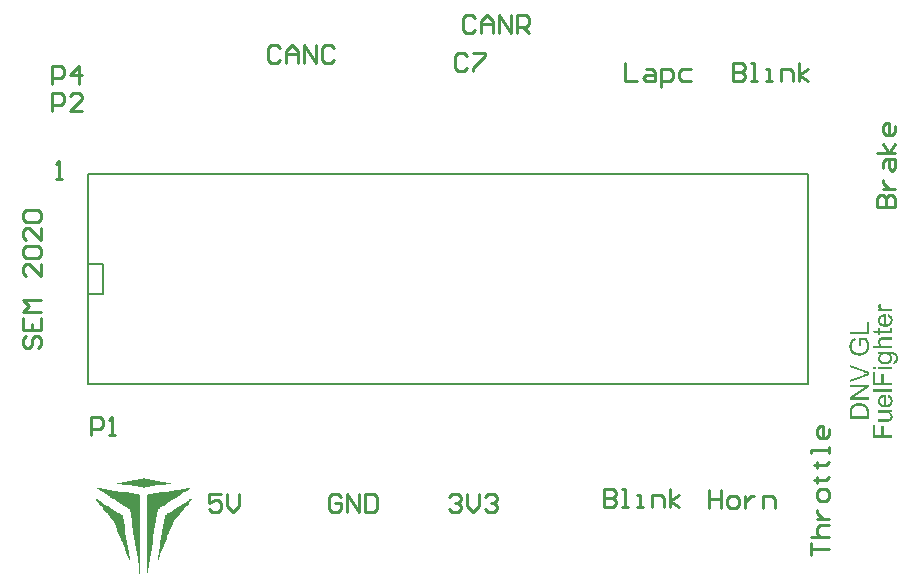
<source format=gbr>
%TF.GenerationSoftware,Altium Limited,Altium Designer,19.1.8 (144)*%
G04 Layer_Color=65535*
%FSLAX26Y26*%
%MOIN*%
%TF.FileFunction,Legend,Top*%
%TF.Part,Single*%
G01*
G75*
%TA.AperFunction,NonConductor*%
%ADD25C,0.007874*%
%ADD26C,0.010000*%
G36*
X499232Y432913D02*
X516768D01*
Y429991D01*
X534304D01*
Y427068D01*
X551841D01*
Y424145D01*
X569377D01*
Y421222D01*
X586913D01*
Y418300D01*
X569377D01*
Y415377D01*
X551841D01*
Y412454D01*
X534304D01*
Y409532D01*
X516768D01*
Y406609D01*
X499232D01*
Y403686D01*
X493387D01*
Y406609D01*
X475850D01*
Y409532D01*
X458314D01*
Y412454D01*
X440777D01*
Y415377D01*
X423241D01*
Y418300D01*
X405705D01*
Y421222D01*
X423241D01*
Y424145D01*
X440777D01*
Y427068D01*
X458314D01*
Y429991D01*
X475850D01*
Y432913D01*
X493387D01*
Y435836D01*
X499232D01*
Y432913D01*
D02*
G37*
G36*
X659981Y365691D02*
X657058D01*
Y362768D01*
X654136D01*
Y359845D01*
X651213D01*
Y356923D01*
X648290D01*
Y354000D01*
X645368D01*
Y351077D01*
Y348155D01*
X642445D01*
Y345232D01*
X639522D01*
Y342309D01*
X636599D01*
Y339386D01*
X633677D01*
Y336464D01*
X630754D01*
Y333541D01*
Y330618D01*
X627831D01*
Y327696D01*
X624909D01*
Y324773D01*
X621986D01*
Y321850D01*
X619063D01*
Y318928D01*
X616140D01*
Y316005D01*
Y313082D01*
X613218D01*
Y310159D01*
X610295D01*
Y307237D01*
X607372D01*
Y304314D01*
X604450D01*
Y301391D01*
X601527D01*
Y298469D01*
Y295546D01*
X598604D01*
Y292623D01*
X595681D01*
Y289700D01*
X592759D01*
Y286778D01*
Y283855D01*
Y280932D01*
X589836D01*
Y278010D01*
Y275087D01*
X586913D01*
Y272164D01*
Y269241D01*
Y266319D01*
X583991D01*
Y263396D01*
Y260473D01*
X581068D01*
Y257550D01*
Y254628D01*
Y251705D01*
X578145D01*
Y248782D01*
Y245860D01*
X575222D01*
Y242937D01*
Y240014D01*
Y237091D01*
X572300D01*
Y234169D01*
Y231246D01*
X569377D01*
Y228323D01*
Y225400D01*
Y222478D01*
X566454D01*
Y219555D01*
Y216632D01*
X563532D01*
Y213710D01*
Y210787D01*
Y207864D01*
X560609D01*
Y204941D01*
Y202019D01*
X557686D01*
Y199096D01*
Y196173D01*
Y193251D01*
X554763D01*
Y190328D01*
Y187405D01*
X551841D01*
Y184482D01*
Y181560D01*
Y178637D01*
X548918D01*
Y175714D01*
Y172792D01*
X545995D01*
Y169869D01*
Y166946D01*
Y164024D01*
X543073D01*
Y166946D01*
Y169869D01*
Y172792D01*
Y175714D01*
Y178637D01*
Y181560D01*
X545995D01*
Y184482D01*
Y187405D01*
Y190328D01*
Y193251D01*
Y196173D01*
Y199096D01*
X548918D01*
Y202019D01*
Y204941D01*
Y207864D01*
Y210787D01*
Y213710D01*
Y216632D01*
X551841D01*
Y219555D01*
Y222478D01*
Y225400D01*
Y228323D01*
Y231246D01*
X554763D01*
Y234169D01*
Y237091D01*
Y240014D01*
Y242937D01*
Y245860D01*
Y248782D01*
X557686D01*
Y251705D01*
Y254628D01*
Y257550D01*
Y260473D01*
Y263396D01*
Y266319D01*
X560609D01*
Y269241D01*
Y272164D01*
Y275087D01*
Y278010D01*
Y280932D01*
Y283855D01*
X563532D01*
Y286778D01*
Y289700D01*
Y292623D01*
Y295546D01*
Y298469D01*
Y301391D01*
X566454D01*
Y304314D01*
Y307237D01*
Y310159D01*
Y313082D01*
X572300D01*
Y316005D01*
X575222D01*
Y318928D01*
X581068D01*
Y321850D01*
X583991D01*
Y324773D01*
X589836D01*
Y327696D01*
X592759D01*
Y330618D01*
X598604D01*
Y333541D01*
X604450D01*
Y336464D01*
X607372D01*
Y339386D01*
X613218D01*
Y342309D01*
X616140D01*
Y345232D01*
X621986D01*
Y348155D01*
X624909D01*
Y351077D01*
X630754D01*
Y354000D01*
X636599D01*
Y356923D01*
X639522D01*
Y359845D01*
X645368D01*
Y362768D01*
X648290D01*
Y365691D01*
X654136D01*
Y368614D01*
X659981D01*
Y365691D01*
D02*
G37*
G36*
X338483D02*
X344328D01*
Y362768D01*
X347251D01*
Y359845D01*
X353096D01*
Y356923D01*
X356019D01*
Y354000D01*
X361864D01*
Y351077D01*
X364787D01*
Y348155D01*
X370632D01*
Y345232D01*
X376478D01*
Y342309D01*
X379401D01*
Y339386D01*
X385246D01*
Y336464D01*
X388169D01*
Y333541D01*
X394014D01*
Y330618D01*
X396937D01*
Y327696D01*
X402782D01*
Y324773D01*
X408628D01*
Y321850D01*
X411550D01*
Y318928D01*
X417396D01*
Y316005D01*
X420318D01*
Y313082D01*
X426164D01*
Y310159D01*
Y307237D01*
Y304314D01*
Y301391D01*
X429087D01*
Y298469D01*
Y295546D01*
Y292623D01*
Y289700D01*
Y286778D01*
Y283855D01*
X432009D01*
Y280932D01*
Y278010D01*
Y275087D01*
Y272164D01*
Y269241D01*
Y266319D01*
X434932D01*
Y263396D01*
Y260473D01*
Y257550D01*
Y254628D01*
Y251705D01*
Y248782D01*
X437855D01*
Y245860D01*
Y242937D01*
Y240014D01*
Y237091D01*
Y234169D01*
Y231246D01*
X440777D01*
Y228323D01*
Y225400D01*
Y222478D01*
Y219555D01*
Y216632D01*
Y213710D01*
X443700D01*
Y210787D01*
Y207864D01*
Y204941D01*
Y202019D01*
Y199096D01*
Y196173D01*
X446623D01*
Y193251D01*
Y190328D01*
Y187405D01*
Y184482D01*
Y181560D01*
Y178637D01*
X449546D01*
Y175714D01*
Y172792D01*
Y169869D01*
Y166946D01*
Y164024D01*
X446623D01*
Y166946D01*
Y169869D01*
X443700D01*
Y172792D01*
Y175714D01*
Y178637D01*
X440777D01*
Y181560D01*
Y184482D01*
X437855D01*
Y187405D01*
Y190328D01*
Y193251D01*
X434932D01*
Y196173D01*
Y199096D01*
X432009D01*
Y202019D01*
Y204941D01*
Y207864D01*
X429087D01*
Y210787D01*
Y213710D01*
X426164D01*
Y216632D01*
Y219555D01*
Y222478D01*
X423241D01*
Y225400D01*
Y228323D01*
X420318D01*
Y231246D01*
Y234169D01*
Y237091D01*
X417396D01*
Y240014D01*
Y242937D01*
X414473D01*
Y245860D01*
Y248782D01*
Y251705D01*
X411550D01*
Y254628D01*
Y257550D01*
X408628D01*
Y260473D01*
Y263396D01*
Y266319D01*
X405705D01*
Y269241D01*
Y272164D01*
X402782D01*
Y275087D01*
Y278010D01*
Y280932D01*
X399860D01*
Y283855D01*
Y286778D01*
X396937D01*
Y289700D01*
Y292623D01*
X394014D01*
Y295546D01*
X391091D01*
Y298469D01*
Y301391D01*
X388169D01*
Y304314D01*
X385246D01*
Y307237D01*
X382323D01*
Y310159D01*
X379401D01*
Y313082D01*
X376478D01*
Y316005D01*
Y318928D01*
X373555D01*
Y321850D01*
X370632D01*
Y324773D01*
X367710D01*
Y327696D01*
X364787D01*
Y330618D01*
X361864D01*
Y333541D01*
Y336464D01*
X358942D01*
Y339386D01*
X356019D01*
Y342309D01*
X353096D01*
Y345232D01*
X350173D01*
Y348155D01*
X347251D01*
Y351077D01*
Y354000D01*
X344328D01*
Y356923D01*
X341405D01*
Y359845D01*
X338483D01*
Y362768D01*
X335560D01*
Y365691D01*
X332637D01*
Y368614D01*
X338483D01*
Y365691D01*
D02*
G37*
G36*
X651213Y400763D02*
X645368D01*
Y397841D01*
X642445D01*
Y394918D01*
X636599D01*
Y391995D01*
X633677D01*
Y389073D01*
X627831D01*
Y386150D01*
X624909D01*
Y383227D01*
X619063D01*
Y380304D01*
X616140D01*
Y377382D01*
X610295D01*
Y374459D01*
X607372D01*
Y371536D01*
X601527D01*
Y368614D01*
X595681D01*
Y365691D01*
X592759D01*
Y362768D01*
X586913D01*
Y359845D01*
X583991D01*
Y356923D01*
X578145D01*
Y354000D01*
X575222D01*
Y351077D01*
X569377D01*
Y348155D01*
X566454D01*
Y345232D01*
X560609D01*
Y342309D01*
X557686D01*
Y339386D01*
X551841D01*
Y336464D01*
X548918D01*
Y333541D01*
X543073D01*
Y330618D01*
Y327696D01*
Y324773D01*
X540150D01*
Y321850D01*
Y318928D01*
Y316005D01*
Y313082D01*
Y310159D01*
Y307237D01*
X537227D01*
Y304314D01*
Y301391D01*
Y298469D01*
Y295546D01*
Y292623D01*
Y289700D01*
Y286778D01*
X534304D01*
Y283855D01*
Y280932D01*
Y278010D01*
Y275087D01*
Y272164D01*
Y269241D01*
X531382D01*
Y266319D01*
Y263396D01*
Y260473D01*
Y257550D01*
Y254628D01*
Y251705D01*
X528459D01*
Y248782D01*
Y245860D01*
Y242937D01*
Y240014D01*
Y237091D01*
Y234169D01*
Y231246D01*
X525536D01*
Y228323D01*
Y225400D01*
Y222478D01*
Y219555D01*
Y216632D01*
Y213710D01*
X522614D01*
Y210787D01*
Y207864D01*
Y204941D01*
Y202019D01*
Y199096D01*
Y196173D01*
Y193251D01*
X519691D01*
Y190328D01*
Y187405D01*
Y184482D01*
Y181560D01*
Y178637D01*
Y175714D01*
X516768D01*
Y172792D01*
Y169869D01*
Y166946D01*
Y164024D01*
Y161101D01*
Y158178D01*
X513846D01*
Y155255D01*
Y152333D01*
Y149410D01*
Y146487D01*
Y143565D01*
Y140642D01*
Y137719D01*
X510923D01*
Y134796D01*
Y131874D01*
Y128951D01*
Y126028D01*
Y123106D01*
Y120183D01*
X508000D01*
Y123106D01*
Y126028D01*
Y128951D01*
Y131874D01*
Y134796D01*
Y137719D01*
Y140642D01*
Y143565D01*
Y146487D01*
Y149410D01*
Y152333D01*
Y155255D01*
Y158178D01*
Y161101D01*
Y164024D01*
Y166946D01*
Y169869D01*
Y172792D01*
Y175714D01*
Y178637D01*
Y181560D01*
Y184482D01*
Y187405D01*
Y190328D01*
Y193251D01*
Y196173D01*
Y199096D01*
Y202019D01*
Y204941D01*
Y207864D01*
Y210787D01*
Y213710D01*
Y216632D01*
Y219555D01*
Y222478D01*
Y225400D01*
Y228323D01*
Y231246D01*
Y234169D01*
Y237091D01*
Y240014D01*
Y242937D01*
Y245860D01*
Y248782D01*
Y251705D01*
Y254628D01*
Y257550D01*
Y260473D01*
Y263396D01*
Y266319D01*
Y269241D01*
Y272164D01*
Y275087D01*
Y278010D01*
Y280932D01*
Y283855D01*
Y286778D01*
Y289700D01*
Y292623D01*
Y295546D01*
Y298469D01*
Y301391D01*
Y304314D01*
Y307237D01*
Y310159D01*
Y313082D01*
Y316005D01*
Y318928D01*
Y321850D01*
Y324773D01*
Y327696D01*
Y330618D01*
Y333541D01*
Y336464D01*
Y339386D01*
Y342309D01*
Y345232D01*
Y348155D01*
Y351077D01*
Y354000D01*
Y356923D01*
Y359845D01*
Y362768D01*
Y365691D01*
Y368614D01*
Y371536D01*
Y374459D01*
Y377382D01*
Y380304D01*
X510923D01*
Y383227D01*
X528459D01*
Y386150D01*
X545995D01*
Y389073D01*
X563532D01*
Y391995D01*
X581068D01*
Y394918D01*
X598604D01*
Y397841D01*
X619063D01*
Y400763D01*
X636599D01*
Y403686D01*
X651213D01*
Y400763D01*
D02*
G37*
G36*
X356019D02*
X373555D01*
Y397841D01*
X391091D01*
Y394918D01*
X411550D01*
Y391995D01*
X429087D01*
Y389073D01*
X446623D01*
Y386150D01*
X464159D01*
Y383227D01*
X481696D01*
Y380304D01*
X484618D01*
Y377382D01*
Y374459D01*
Y371536D01*
Y368614D01*
Y365691D01*
Y362768D01*
Y359845D01*
Y356923D01*
Y354000D01*
Y351077D01*
Y348155D01*
Y345232D01*
Y342309D01*
Y339386D01*
Y336464D01*
Y333541D01*
Y330618D01*
Y327696D01*
Y324773D01*
Y321850D01*
Y318928D01*
Y316005D01*
Y313082D01*
Y310159D01*
Y307237D01*
Y304314D01*
Y301391D01*
Y298469D01*
Y295546D01*
Y292623D01*
Y289700D01*
Y286778D01*
Y283855D01*
Y280932D01*
Y278010D01*
Y275087D01*
Y272164D01*
Y269241D01*
Y266319D01*
Y263396D01*
Y260473D01*
Y257550D01*
Y254628D01*
Y251705D01*
Y248782D01*
Y245860D01*
Y242937D01*
Y240014D01*
Y237091D01*
Y234169D01*
Y231246D01*
Y228323D01*
Y225400D01*
Y222478D01*
Y219555D01*
Y216632D01*
Y213710D01*
Y210787D01*
Y207864D01*
Y204941D01*
Y202019D01*
Y199096D01*
Y196173D01*
Y193251D01*
Y190328D01*
Y187405D01*
Y184482D01*
Y181560D01*
Y178637D01*
Y175714D01*
Y172792D01*
Y169869D01*
Y166946D01*
Y164024D01*
Y161101D01*
Y158178D01*
Y155255D01*
Y152333D01*
Y149410D01*
Y146487D01*
Y143565D01*
Y140642D01*
Y137719D01*
Y134796D01*
Y131874D01*
Y128951D01*
Y126028D01*
Y123106D01*
Y120183D01*
Y117260D01*
X481696D01*
Y120183D01*
Y123106D01*
Y126028D01*
Y128951D01*
Y131874D01*
Y134796D01*
Y137719D01*
X478773D01*
Y140642D01*
Y143565D01*
Y146487D01*
Y149410D01*
Y152333D01*
Y155255D01*
X475850D01*
Y158178D01*
Y161101D01*
Y164024D01*
Y166946D01*
Y169869D01*
Y172792D01*
Y175714D01*
X472927D01*
Y178637D01*
Y181560D01*
Y184482D01*
Y187405D01*
Y190328D01*
Y193251D01*
X470005D01*
Y196173D01*
Y199096D01*
Y202019D01*
Y204941D01*
Y207864D01*
Y210787D01*
X467082D01*
Y213710D01*
Y216632D01*
Y219555D01*
Y222478D01*
Y225400D01*
Y228323D01*
Y231246D01*
X464159D01*
Y234169D01*
Y237091D01*
Y240014D01*
Y242937D01*
Y245860D01*
Y248782D01*
X461237D01*
Y251705D01*
Y254628D01*
Y257550D01*
Y260473D01*
Y263396D01*
Y266319D01*
Y269241D01*
X458314D01*
Y272164D01*
Y275087D01*
Y278010D01*
Y280932D01*
Y283855D01*
Y286778D01*
X455391D01*
Y289700D01*
Y292623D01*
Y295546D01*
Y298469D01*
Y301391D01*
Y304314D01*
X452468D01*
Y307237D01*
Y310159D01*
Y313082D01*
Y316005D01*
Y318928D01*
Y321850D01*
Y324773D01*
X449546D01*
Y327696D01*
Y330618D01*
Y333541D01*
X443700D01*
Y336464D01*
X440777D01*
Y339386D01*
X434932D01*
Y342309D01*
X432009D01*
Y345232D01*
X426164D01*
Y348155D01*
X423241D01*
Y351077D01*
X417396D01*
Y354000D01*
X414473D01*
Y356923D01*
X408628D01*
Y359845D01*
X402782D01*
Y362768D01*
X399860D01*
Y365691D01*
X394014D01*
Y368614D01*
X391091D01*
Y371536D01*
X385246D01*
Y374459D01*
X382323D01*
Y377382D01*
X376478D01*
Y380304D01*
X373555D01*
Y383227D01*
X367710D01*
Y386150D01*
X364787D01*
Y389073D01*
X358942D01*
Y391995D01*
X356019D01*
Y394918D01*
X350173D01*
Y397841D01*
X347251D01*
Y400763D01*
X341405D01*
Y403686D01*
X356019D01*
Y400763D01*
D02*
G37*
G36*
X2953575Y1015657D02*
X2953483Y1015564D01*
X2953298Y1015194D01*
X2953020Y1014639D01*
X2952742Y1013899D01*
X2952465Y1013067D01*
X2952188Y1012049D01*
X2952003Y1011032D01*
X2951910Y1010014D01*
Y1009552D01*
X2952003Y1009089D01*
X2952095Y1008442D01*
X2952280Y1007794D01*
X2952557Y1006962D01*
X2952927Y1006129D01*
X2953483Y1005389D01*
X2953575Y1005297D01*
X2953760Y1005019D01*
X2954130Y1004742D01*
X2954593Y1004279D01*
X2955240Y1003817D01*
X2955980Y1003354D01*
X2956812Y1002892D01*
X2957830Y1002522D01*
X2958015Y1002429D01*
X2958570Y1002337D01*
X2959403Y1002152D01*
X2960512Y1001874D01*
X2961900Y1001597D01*
X2963472Y1001412D01*
X2965137Y1001319D01*
X2966988Y1001227D01*
X2991222D01*
Y993364D01*
X2944787D01*
Y1000487D01*
X2951818D01*
X2951725Y1000579D01*
X2951077Y1000949D01*
X2950245Y1001412D01*
X2949227Y1002152D01*
X2948210Y1002892D01*
X2947100Y1003724D01*
X2946175Y1004557D01*
X2945435Y1005389D01*
X2945343Y1005482D01*
X2945157Y1005759D01*
X2944880Y1006314D01*
X2944602Y1006869D01*
X2944325Y1007609D01*
X2944048Y1008534D01*
X2943863Y1009459D01*
X2943770Y1010477D01*
Y1011124D01*
X2943863Y1011957D01*
X2944048Y1012974D01*
X2944418Y1014177D01*
X2944880Y1015472D01*
X2945528Y1016952D01*
X2946360Y1018524D01*
X2953575Y1015657D01*
D02*
G37*
G36*
X2970040Y983744D02*
Y949057D01*
X2970133D01*
X2970410D01*
X2970780Y949149D01*
X2971335D01*
X2971983Y949242D01*
X2972722Y949427D01*
X2974387Y949704D01*
X2976238Y950259D01*
X2978273Y950999D01*
X2980122Y952017D01*
X2981787Y953312D01*
Y953404D01*
X2981972Y953497D01*
X2982435Y954052D01*
X2983082Y954884D01*
X2983730Y955994D01*
X2984470Y957474D01*
X2985117Y959139D01*
X2985580Y960989D01*
X2985673Y962007D01*
X2985765Y963117D01*
Y963857D01*
X2985673Y964689D01*
X2985488Y965707D01*
X2985210Y966817D01*
X2984840Y968112D01*
X2984285Y969314D01*
X2983545Y970517D01*
X2983452Y970609D01*
X2983082Y971072D01*
X2982528Y971627D01*
X2981787Y972274D01*
X2980770Y973014D01*
X2979475Y973847D01*
X2977995Y974679D01*
X2976238Y975419D01*
X2977255Y983559D01*
X2977347D01*
X2977532Y983467D01*
X2977903Y983374D01*
X2978457Y983189D01*
X2979012Y982912D01*
X2979753Y982634D01*
X2981325Y981894D01*
X2983082Y980969D01*
X2984932Y979674D01*
X2986690Y978194D01*
X2988355Y976344D01*
Y976252D01*
X2988540Y976067D01*
X2988725Y975789D01*
X2989003Y975419D01*
X2989280Y974864D01*
X2989557Y974309D01*
X2989927Y973569D01*
X2990298Y972737D01*
X2990668Y971812D01*
X2991037Y970887D01*
X2991593Y968574D01*
X2992055Y965984D01*
X2992240Y963117D01*
Y962099D01*
X2992148Y961452D01*
X2992055Y960619D01*
X2991870Y959602D01*
X2991685Y958492D01*
X2991500Y957289D01*
X2990760Y954699D01*
X2990205Y953312D01*
X2989650Y952017D01*
X2988910Y950629D01*
X2988077Y949334D01*
X2987153Y948132D01*
X2986043Y946929D01*
X2985950Y946837D01*
X2985765Y946652D01*
X2985395Y946374D01*
X2984840Y946004D01*
X2984193Y945542D01*
X2983452Y945079D01*
X2982528Y944524D01*
X2981510Y943969D01*
X2980307Y943414D01*
X2979012Y942859D01*
X2977532Y942397D01*
X2975960Y941934D01*
X2974295Y941564D01*
X2972445Y941287D01*
X2970503Y941102D01*
X2968468Y941009D01*
X2968375D01*
X2967912D01*
X2967358D01*
X2966525Y941102D01*
X2965508Y941194D01*
X2964398Y941287D01*
X2963102Y941472D01*
X2961807Y941749D01*
X2958847Y942489D01*
X2957367Y942952D01*
X2955795Y943507D01*
X2954315Y944247D01*
X2952927Y945079D01*
X2951540Y946004D01*
X2950245Y947022D01*
X2950153Y947114D01*
X2949968Y947299D01*
X2949690Y947669D01*
X2949227Y948132D01*
X2948765Y948687D01*
X2948210Y949427D01*
X2947562Y950259D01*
X2947008Y951277D01*
X2946360Y952294D01*
X2945805Y953497D01*
X2945250Y954792D01*
X2944787Y956179D01*
X2944325Y957659D01*
X2944048Y959232D01*
X2943863Y960897D01*
X2943770Y962654D01*
Y963579D01*
X2943863Y964227D01*
X2943955Y964967D01*
X2944140Y965892D01*
X2944325Y966909D01*
X2944602Y968112D01*
X2944880Y969222D01*
X2945343Y970517D01*
X2945805Y971719D01*
X2946452Y973014D01*
X2947193Y974309D01*
X2948025Y975604D01*
X2949043Y976807D01*
X2950153Y977917D01*
X2950245Y978009D01*
X2950430Y978194D01*
X2950800Y978472D01*
X2951355Y978842D01*
X2952003Y979304D01*
X2952742Y979767D01*
X2953668Y980322D01*
X2954778Y980877D01*
X2955980Y981432D01*
X2957275Y981987D01*
X2958755Y982449D01*
X2960327Y982912D01*
X2962085Y983282D01*
X2963935Y983559D01*
X2965878Y983744D01*
X2968005Y983837D01*
X2968097D01*
X2968468D01*
X2969115D01*
X2970040Y983744D01*
D02*
G37*
G36*
X2991222Y936754D02*
X2991315Y936384D01*
X2991407Y935737D01*
X2991500Y934904D01*
X2991685Y933979D01*
X2991778Y932962D01*
X2991870Y930927D01*
Y930187D01*
X2991778Y929447D01*
X2991685Y928522D01*
X2991593Y927412D01*
X2991315Y926302D01*
X2991037Y925284D01*
X2990575Y924267D01*
X2990483Y924174D01*
X2990298Y923897D01*
X2990020Y923527D01*
X2989557Y922972D01*
X2989095Y922509D01*
X2988448Y921954D01*
X2987800Y921399D01*
X2986968Y921029D01*
X2986875D01*
X2986505Y920844D01*
X2985858Y920752D01*
X2984932Y920567D01*
X2983730Y920382D01*
X2982990Y920289D01*
X2982157D01*
X2981140Y920197D01*
X2980122Y920104D01*
X2979012D01*
X2977718D01*
X2950892D01*
Y914277D01*
X2944787D01*
Y920104D01*
X2933318D01*
X2928600Y927967D01*
X2944787D01*
Y935922D01*
X2950892D01*
Y927967D01*
X2978180D01*
X2978365D01*
X2978735D01*
X2979290D01*
X2979938Y928059D01*
X2981418Y928152D01*
X2982065Y928244D01*
X2982528Y928337D01*
X2982713Y928429D01*
X2983082Y928707D01*
X2983545Y929077D01*
X2984008Y929724D01*
X2984100Y929909D01*
X2984285Y930372D01*
X2984470Y931204D01*
X2984562Y932407D01*
Y933332D01*
X2984470Y933794D01*
Y934442D01*
X2984378Y935182D01*
X2984285Y935922D01*
X2991222Y936939D01*
Y936754D01*
D02*
G37*
G36*
X2913300Y916682D02*
X2849291D01*
Y925192D01*
X2905715D01*
Y956734D01*
X2913300D01*
Y916682D01*
D02*
G37*
G36*
X2991222Y898829D02*
X2961807D01*
X2961715D01*
X2961530D01*
X2961253D01*
X2960883D01*
X2959865Y898737D01*
X2958570Y898552D01*
X2957182Y898182D01*
X2955795Y897719D01*
X2954407Y897072D01*
X2953298Y896239D01*
X2953205Y896147D01*
X2952835Y895777D01*
X2952372Y895222D01*
X2951910Y894389D01*
X2951355Y893372D01*
X2950985Y892169D01*
X2950615Y890689D01*
X2950523Y889024D01*
Y888469D01*
X2950615Y887822D01*
X2950707Y886897D01*
X2950985Y885972D01*
X2951262Y884862D01*
X2951725Y883752D01*
X2952372Y882549D01*
X2952465Y882457D01*
X2952742Y882087D01*
X2953113Y881532D01*
X2953668Y880884D01*
X2954407Y880144D01*
X2955240Y879404D01*
X2956258Y878757D01*
X2957367Y878202D01*
X2957552Y878109D01*
X2957923Y878017D01*
X2958662Y877832D01*
X2959588Y877554D01*
X2960790Y877277D01*
X2962270Y877092D01*
X2963935Y876999D01*
X2965878Y876907D01*
X2991222D01*
Y869044D01*
X2927213D01*
Y876907D01*
X2950153D01*
X2950060Y876999D01*
X2949875Y877184D01*
X2949597Y877462D01*
X2949135Y877924D01*
X2948673Y878387D01*
X2948117Y879034D01*
X2947562Y879867D01*
X2946915Y880699D01*
X2946360Y881624D01*
X2945805Y882642D01*
X2944787Y885047D01*
X2944325Y886342D01*
X2944048Y887729D01*
X2943863Y889209D01*
X2943770Y890689D01*
Y891522D01*
X2943863Y892539D01*
X2944048Y893742D01*
X2944233Y895129D01*
X2944602Y896609D01*
X2945157Y898089D01*
X2945805Y899569D01*
X2945898Y899754D01*
X2946175Y900217D01*
X2946637Y900864D01*
X2947285Y901697D01*
X2948117Y902529D01*
X2949043Y903454D01*
X2950153Y904287D01*
X2951448Y905027D01*
X2951633Y905119D01*
X2952095Y905304D01*
X2952927Y905582D01*
X2954130Y905859D01*
X2955610Y906137D01*
X2957367Y906414D01*
X2959495Y906599D01*
X2961900Y906692D01*
X2991222D01*
Y898829D01*
D02*
G37*
G36*
X2904513Y904472D02*
X2904606Y904287D01*
X2904883Y903917D01*
X2905253Y903454D01*
X2905623Y902899D01*
X2906086Y902252D01*
X2906640Y901419D01*
X2907195Y900587D01*
X2908398Y898644D01*
X2909693Y896424D01*
X2910896Y894112D01*
X2911913Y891614D01*
Y891522D01*
X2912006Y891337D01*
X2912098Y890967D01*
X2912283Y890504D01*
X2912468Y889857D01*
X2912745Y889117D01*
X2912930Y888284D01*
X2913115Y887452D01*
X2913578Y885417D01*
X2914041Y883104D01*
X2914318Y880607D01*
X2914410Y878017D01*
Y877092D01*
X2914318Y876444D01*
Y875612D01*
X2914226Y874594D01*
X2914041Y873484D01*
X2913948Y872282D01*
X2913393Y869599D01*
X2912745Y866732D01*
X2911728Y863772D01*
X2911173Y862292D01*
X2910433Y860812D01*
X2910340Y860719D01*
X2910248Y860442D01*
X2909970Y860072D01*
X2909693Y859517D01*
X2909231Y858869D01*
X2908768Y858222D01*
X2907473Y856464D01*
X2905808Y854614D01*
X2903773Y852672D01*
X2901461Y850822D01*
X2898778Y849157D01*
X2898686D01*
X2898408Y848972D01*
X2898038Y848787D01*
X2897390Y848509D01*
X2896743Y848232D01*
X2895818Y847954D01*
X2894893Y847584D01*
X2893783Y847214D01*
X2892581Y846844D01*
X2891193Y846474D01*
X2889805Y846197D01*
X2888325Y845919D01*
X2885088Y845457D01*
X2881666Y845272D01*
X2881573D01*
X2881203D01*
X2880740D01*
X2880093Y845364D01*
X2879260D01*
X2878243Y845457D01*
X2877226Y845642D01*
X2876023Y845734D01*
X2874728Y846012D01*
X2873340Y846197D01*
X2870381Y846937D01*
X2867328Y847862D01*
X2864276Y849157D01*
X2864183Y849249D01*
X2863905Y849342D01*
X2863535Y849527D01*
X2862981Y849897D01*
X2862240Y850267D01*
X2861501Y850729D01*
X2859743Y852024D01*
X2857708Y853597D01*
X2855765Y855539D01*
X2853823Y857759D01*
X2852990Y859054D01*
X2852158Y860349D01*
X2852066Y860442D01*
X2851973Y860719D01*
X2851788Y861089D01*
X2851510Y861644D01*
X2851233Y862384D01*
X2850863Y863217D01*
X2850493Y864142D01*
X2850123Y865252D01*
X2849753Y866454D01*
X2849476Y867749D01*
X2849106Y869137D01*
X2848828Y870617D01*
X2848365Y873854D01*
X2848180Y875519D01*
Y878479D01*
X2848273Y879034D01*
Y879774D01*
X2848458Y881532D01*
X2848735Y883474D01*
X2849198Y885509D01*
X2849753Y887729D01*
X2850493Y889857D01*
Y889949D01*
X2850586Y890134D01*
X2850678Y890412D01*
X2850863Y890782D01*
X2851418Y891799D01*
X2852066Y893094D01*
X2852990Y894482D01*
X2854101Y895962D01*
X2855303Y897349D01*
X2856783Y898644D01*
X2856968Y898829D01*
X2857523Y899199D01*
X2858356Y899754D01*
X2859558Y900494D01*
X2861038Y901234D01*
X2862888Y902067D01*
X2864923Y902899D01*
X2867235Y903547D01*
X2869271Y895869D01*
X2869178D01*
X2869086Y895777D01*
X2868808Y895684D01*
X2868438Y895592D01*
X2867606Y895314D01*
X2866495Y894944D01*
X2865200Y894389D01*
X2863998Y893742D01*
X2862703Y893094D01*
X2861593Y892262D01*
X2861501Y892169D01*
X2861131Y891892D01*
X2860668Y891337D01*
X2860021Y890689D01*
X2859280Y889857D01*
X2858541Y888747D01*
X2857800Y887544D01*
X2857153Y886157D01*
X2857061Y885972D01*
X2856876Y885509D01*
X2856598Y884677D01*
X2856228Y883567D01*
X2855950Y882272D01*
X2855673Y880792D01*
X2855488Y879127D01*
X2855396Y877369D01*
Y876352D01*
X2855488Y875889D01*
Y875334D01*
X2855581Y873947D01*
X2855858Y872374D01*
X2856135Y870617D01*
X2856598Y868952D01*
X2857245Y867287D01*
X2857338Y867102D01*
X2857523Y866547D01*
X2857985Y865807D01*
X2858448Y864882D01*
X2859188Y863772D01*
X2859928Y862569D01*
X2860853Y861459D01*
X2861870Y860442D01*
X2861963Y860349D01*
X2862333Y859979D01*
X2862981Y859517D01*
X2863720Y858962D01*
X2864646Y858314D01*
X2865756Y857667D01*
X2866958Y857019D01*
X2868253Y856372D01*
X2868345D01*
X2868530Y856279D01*
X2868808Y856187D01*
X2869271Y856002D01*
X2869825Y855817D01*
X2870473Y855632D01*
X2871213Y855354D01*
X2872046Y855169D01*
X2873988Y854707D01*
X2876208Y854337D01*
X2878521Y854059D01*
X2881110Y853967D01*
X2881203D01*
X2881481D01*
X2881943D01*
X2882498Y854059D01*
X2883238D01*
X2884163Y854152D01*
X2885088Y854244D01*
X2886106Y854337D01*
X2888418Y854707D01*
X2890823Y855169D01*
X2893228Y855909D01*
X2895541Y856834D01*
X2895633D01*
X2895818Y857019D01*
X2896095Y857112D01*
X2896465Y857389D01*
X2897483Y858037D01*
X2898778Y859054D01*
X2900166Y860257D01*
X2901553Y861737D01*
X2902848Y863494D01*
X2904050Y865437D01*
Y865529D01*
X2904143Y865714D01*
X2904328Y865992D01*
X2904513Y866454D01*
X2904698Y866917D01*
X2904883Y867564D01*
X2905438Y869044D01*
X2905901Y870894D01*
X2906363Y872929D01*
X2906733Y875149D01*
X2906825Y877462D01*
Y878387D01*
X2906733Y878942D01*
Y879497D01*
X2906548Y880884D01*
X2906363Y882549D01*
X2905993Y884307D01*
X2905438Y886249D01*
X2904791Y888192D01*
Y888284D01*
X2904698Y888469D01*
X2904606Y888654D01*
X2904421Y889024D01*
X2903958Y890042D01*
X2903403Y891152D01*
X2902756Y892447D01*
X2902015Y893834D01*
X2901183Y895129D01*
X2900258Y896239D01*
X2888233D01*
Y877369D01*
X2880648D01*
Y904564D01*
X2904421D01*
X2904513Y904472D01*
D02*
G37*
G36*
X2987523Y857019D02*
X2988540D01*
X2989650Y856927D01*
X2990852Y856834D01*
X2993350Y856557D01*
X2995940Y856187D01*
X2997142Y855909D01*
X2998253Y855632D01*
X2999270Y855262D01*
X3000195Y854892D01*
X3000287D01*
X3000380Y854799D01*
X3000935Y854429D01*
X3001767Y853967D01*
X3002785Y853227D01*
X3003895Y852209D01*
X3005097Y851007D01*
X3006300Y849527D01*
X3007318Y847862D01*
Y847769D01*
X3007410Y847677D01*
X3007595Y847399D01*
X3007688Y847029D01*
X3007965Y846567D01*
X3008150Y846012D01*
X3008613Y844624D01*
X3009168Y842959D01*
X3009537Y840924D01*
X3009907Y838612D01*
X3010000Y836114D01*
Y835282D01*
X3009907Y834727D01*
Y833987D01*
X3009815Y833247D01*
X3009722Y832322D01*
X3009537Y831304D01*
X3009075Y829177D01*
X3008427Y826957D01*
X3007503Y824737D01*
X3006207Y822702D01*
X3006115Y822609D01*
X3006023Y822517D01*
X3005468Y821869D01*
X3004635Y821129D01*
X3003432Y820204D01*
X3001860Y819279D01*
X2999918Y818447D01*
X2998807Y818169D01*
X2997605Y817984D01*
X2996403Y817799D01*
X2995015D01*
X2996032Y825477D01*
X2996218D01*
X2996588Y825569D01*
X2997235Y825754D01*
X2998068Y825939D01*
X2998900Y826309D01*
X2999733Y826772D01*
X3000565Y827327D01*
X3001213Y828067D01*
X3001305Y828252D01*
X3001582Y828622D01*
X3001952Y829269D01*
X3002323Y830194D01*
X3002785Y831304D01*
X3003155Y832692D01*
X3003432Y834357D01*
X3003525Y836114D01*
Y837039D01*
X3003432Y837964D01*
X3003247Y839259D01*
X3002970Y840554D01*
X3002600Y841942D01*
X3002045Y843329D01*
X3001305Y844532D01*
X3001213Y844624D01*
X3000935Y844994D01*
X3000380Y845549D01*
X2999733Y846197D01*
X2998807Y846844D01*
X2997790Y847492D01*
X2996588Y848139D01*
X2995200Y848602D01*
X2995108D01*
X2994738Y848694D01*
X2993997Y848787D01*
X2993073Y848879D01*
X2992425Y848972D01*
X2991685D01*
X2990852Y849064D01*
X2989927D01*
X2988910D01*
X2987707Y849157D01*
X2986505D01*
X2985117D01*
X2985210Y849064D01*
X2985395Y848879D01*
X2985673Y848602D01*
X2986043Y848232D01*
X2986505Y847769D01*
X2987060Y847122D01*
X2987615Y846382D01*
X2988170Y845642D01*
X2989280Y843699D01*
X2990298Y841572D01*
X2990668Y840369D01*
X2990945Y839074D01*
X2991130Y837687D01*
X2991222Y836299D01*
Y835837D01*
X2991130Y835374D01*
Y834727D01*
X2991037Y833894D01*
X2990852Y832969D01*
X2990668Y831952D01*
X2990390Y830842D01*
X2990020Y829639D01*
X2989557Y828437D01*
X2989003Y827234D01*
X2988355Y825939D01*
X2987523Y824737D01*
X2986597Y823534D01*
X2985580Y822424D01*
X2984378Y821407D01*
X2984285Y821314D01*
X2984100Y821222D01*
X2983637Y820944D01*
X2983175Y820574D01*
X2982435Y820204D01*
X2981695Y819742D01*
X2980770Y819279D01*
X2979660Y818817D01*
X2978550Y818354D01*
X2977255Y817892D01*
X2975960Y817429D01*
X2974480Y817059D01*
X2971335Y816412D01*
X2969577Y816319D01*
X2967820Y816227D01*
X2967727D01*
X2967543D01*
X2967173D01*
X2966710D01*
X2966062Y816319D01*
X2965415D01*
X2963750Y816504D01*
X2961900Y816782D01*
X2959865Y817244D01*
X2957738Y817799D01*
X2955610Y818632D01*
X2955517D01*
X2955332Y818724D01*
X2955055Y818909D01*
X2954685Y819094D01*
X2953668Y819649D01*
X2952372Y820389D01*
X2950985Y821407D01*
X2949597Y822609D01*
X2948117Y823997D01*
X2946915Y825569D01*
Y825662D01*
X2946823Y825754D01*
X2946637Y826032D01*
X2946452Y826402D01*
X2945898Y827327D01*
X2945343Y828622D01*
X2944787Y830194D01*
X2944233Y832044D01*
X2943863Y834079D01*
X2943770Y836299D01*
Y837132D01*
X2943863Y837687D01*
X2943955Y838334D01*
X2944140Y839167D01*
X2944325Y840092D01*
X2944602Y841109D01*
X2944972Y842127D01*
X2945435Y843237D01*
X2945990Y844347D01*
X2946637Y845549D01*
X2947378Y846659D01*
X2948302Y847769D01*
X2949320Y848879D01*
X2950523Y849897D01*
X2944787D01*
Y857112D01*
X2984932D01*
X2985025D01*
X2985395D01*
X2985950D01*
X2986690D01*
X2987523Y857019D01*
D02*
G37*
G36*
X2991222Y799392D02*
X2944787D01*
Y807254D01*
X2991222D01*
Y799392D01*
D02*
G37*
G36*
X2936185D02*
X2927213D01*
Y807254D01*
X2936185D01*
Y799392D01*
D02*
G37*
G36*
X2913300Y789957D02*
Y781077D01*
X2849291Y756287D01*
Y765537D01*
X2895818Y782187D01*
X2895910D01*
X2896095Y782279D01*
X2896373Y782372D01*
X2896743Y782557D01*
X2897298Y782649D01*
X2897853Y782834D01*
X2899240Y783297D01*
X2900813Y783852D01*
X2902570Y784407D01*
X2906271Y785517D01*
X2906178D01*
X2905993Y785609D01*
X2905715Y785702D01*
X2905345Y785794D01*
X2904328Y786072D01*
X2902941Y786534D01*
X2901368Y786997D01*
X2899610Y787552D01*
X2897760Y788199D01*
X2895818Y788939D01*
X2849291Y806329D01*
Y814932D01*
X2913300Y789957D01*
D02*
G37*
G36*
X2934798Y754622D02*
X2954593D01*
Y784684D01*
X2962177D01*
Y754622D01*
X2991222D01*
Y746112D01*
X2927213D01*
Y789402D01*
X2934798D01*
Y754622D01*
D02*
G37*
G36*
X2991222Y724652D02*
X2927213D01*
Y732514D01*
X2991222D01*
Y724652D01*
D02*
G37*
G36*
X2913300Y739914D02*
X2863073Y706429D01*
X2913300D01*
Y698289D01*
X2849291D01*
Y706984D01*
X2899610Y740562D01*
X2849291D01*
Y748702D01*
X2913300D01*
Y739914D01*
D02*
G37*
G36*
X2970040Y715124D02*
Y680437D01*
X2970133D01*
X2970410D01*
X2970780Y680529D01*
X2971335D01*
X2971983Y680622D01*
X2972722Y680807D01*
X2974387Y681084D01*
X2976238Y681639D01*
X2978273Y682379D01*
X2980122Y683397D01*
X2981787Y684692D01*
Y684784D01*
X2981972Y684877D01*
X2982435Y685432D01*
X2983082Y686264D01*
X2983730Y687374D01*
X2984470Y688854D01*
X2985117Y690519D01*
X2985580Y692369D01*
X2985673Y693387D01*
X2985765Y694497D01*
Y695237D01*
X2985673Y696069D01*
X2985488Y697087D01*
X2985210Y698197D01*
X2984840Y699492D01*
X2984285Y700694D01*
X2983545Y701897D01*
X2983452Y701989D01*
X2983082Y702452D01*
X2982528Y703007D01*
X2981787Y703654D01*
X2980770Y704394D01*
X2979475Y705227D01*
X2977995Y706059D01*
X2976238Y706799D01*
X2977255Y714939D01*
X2977347D01*
X2977532Y714847D01*
X2977903Y714754D01*
X2978457Y714569D01*
X2979012Y714292D01*
X2979753Y714014D01*
X2981325Y713274D01*
X2983082Y712349D01*
X2984932Y711054D01*
X2986690Y709574D01*
X2988355Y707724D01*
Y707632D01*
X2988540Y707447D01*
X2988725Y707169D01*
X2989003Y706799D01*
X2989280Y706244D01*
X2989557Y705689D01*
X2989927Y704949D01*
X2990298Y704117D01*
X2990668Y703192D01*
X2991037Y702267D01*
X2991593Y699954D01*
X2992055Y697364D01*
X2992240Y694497D01*
Y693479D01*
X2992148Y692832D01*
X2992055Y691999D01*
X2991870Y690982D01*
X2991685Y689872D01*
X2991500Y688669D01*
X2990760Y686079D01*
X2990205Y684692D01*
X2989650Y683397D01*
X2988910Y682009D01*
X2988077Y680714D01*
X2987153Y679512D01*
X2986043Y678309D01*
X2985950Y678217D01*
X2985765Y678032D01*
X2985395Y677754D01*
X2984840Y677384D01*
X2984193Y676922D01*
X2983452Y676459D01*
X2982528Y675904D01*
X2981510Y675349D01*
X2980307Y674794D01*
X2979012Y674239D01*
X2977532Y673777D01*
X2975960Y673314D01*
X2974295Y672944D01*
X2972445Y672667D01*
X2970503Y672482D01*
X2968468Y672389D01*
X2968375D01*
X2967912D01*
X2967358D01*
X2966525Y672482D01*
X2965508Y672574D01*
X2964398Y672667D01*
X2963102Y672852D01*
X2961807Y673129D01*
X2958847Y673869D01*
X2957367Y674332D01*
X2955795Y674887D01*
X2954315Y675627D01*
X2952927Y676459D01*
X2951540Y677384D01*
X2950245Y678402D01*
X2950153Y678494D01*
X2949968Y678679D01*
X2949690Y679049D01*
X2949227Y679512D01*
X2948765Y680067D01*
X2948210Y680807D01*
X2947562Y681639D01*
X2947008Y682657D01*
X2946360Y683674D01*
X2945805Y684877D01*
X2945250Y686172D01*
X2944787Y687559D01*
X2944325Y689039D01*
X2944048Y690612D01*
X2943863Y692277D01*
X2943770Y694034D01*
Y694959D01*
X2943863Y695607D01*
X2943955Y696347D01*
X2944140Y697272D01*
X2944325Y698289D01*
X2944602Y699492D01*
X2944880Y700602D01*
X2945343Y701897D01*
X2945805Y703099D01*
X2946452Y704394D01*
X2947193Y705689D01*
X2948025Y706984D01*
X2949043Y708187D01*
X2950153Y709297D01*
X2950245Y709389D01*
X2950430Y709574D01*
X2950800Y709852D01*
X2951355Y710222D01*
X2952003Y710684D01*
X2952742Y711147D01*
X2953668Y711702D01*
X2954778Y712257D01*
X2955980Y712812D01*
X2957275Y713367D01*
X2958755Y713829D01*
X2960327Y714292D01*
X2962085Y714662D01*
X2963935Y714939D01*
X2965878Y715124D01*
X2968005Y715217D01*
X2968097D01*
X2968468D01*
X2969115D01*
X2970040Y715124D01*
D02*
G37*
G36*
X2882868Y686634D02*
X2883608D01*
X2885365Y686542D01*
X2887401Y686264D01*
X2889528Y685987D01*
X2891748Y685524D01*
X2893968Y684969D01*
X2894061D01*
X2894245Y684877D01*
X2894523Y684784D01*
X2894893Y684692D01*
X2895910Y684322D01*
X2897206Y683767D01*
X2898686Y683212D01*
X2900166Y682472D01*
X2901738Y681547D01*
X2903218Y680622D01*
X2903403Y680529D01*
X2903865Y680159D01*
X2904513Y679604D01*
X2905345Y678864D01*
X2906271Y678032D01*
X2907195Y677014D01*
X2908213Y675997D01*
X2909046Y674794D01*
X2909138Y674609D01*
X2909416Y674239D01*
X2909785Y673592D01*
X2910248Y672667D01*
X2910803Y671557D01*
X2911265Y670262D01*
X2911820Y668782D01*
X2912283Y667117D01*
Y666932D01*
X2912376Y666654D01*
X2912468Y666377D01*
X2912561Y665452D01*
X2912745Y664157D01*
X2912930Y662677D01*
X2913115Y660919D01*
X2913208Y658977D01*
X2913300Y656849D01*
Y633817D01*
X2849291D01*
Y658422D01*
X2849383Y660087D01*
X2849476Y661937D01*
X2849660Y663787D01*
X2849938Y665637D01*
X2850215Y667209D01*
Y667302D01*
X2850308Y667487D01*
Y667764D01*
X2850493Y668134D01*
X2850771Y669152D01*
X2851233Y670447D01*
X2851881Y671927D01*
X2852713Y673499D01*
X2853638Y675072D01*
X2854840Y676552D01*
X2854933Y676644D01*
X2855026Y676737D01*
X2855303Y677014D01*
X2855581Y677384D01*
X2856506Y678309D01*
X2857800Y679419D01*
X2859373Y680622D01*
X2861223Y681917D01*
X2863351Y683119D01*
X2865756Y684137D01*
X2865848D01*
X2866033Y684229D01*
X2866403Y684414D01*
X2866958Y684507D01*
X2867606Y684784D01*
X2868345Y684969D01*
X2869178Y685154D01*
X2870195Y685432D01*
X2871213Y685709D01*
X2872416Y685894D01*
X2875006Y686357D01*
X2877873Y686634D01*
X2881018Y686727D01*
X2881110D01*
X2881296D01*
X2881758D01*
X2882220D01*
X2882868Y686634D01*
D02*
G37*
G36*
X2991222Y655739D02*
X2984470D01*
X2984562Y655647D01*
X2984840Y655462D01*
X2985210Y655184D01*
X2985673Y654722D01*
X2986227Y654167D01*
X2986968Y653519D01*
X2987615Y652779D01*
X2988355Y651854D01*
X2989095Y650837D01*
X2989742Y649727D01*
X2990390Y648524D01*
X2991037Y647229D01*
X2991500Y645749D01*
X2991870Y644269D01*
X2992148Y642604D01*
X2992240Y640939D01*
Y640292D01*
X2992148Y639459D01*
X2992055Y638442D01*
X2991870Y637239D01*
X2991593Y635944D01*
X2991222Y634649D01*
X2990668Y633262D01*
X2990575Y633077D01*
X2990390Y632707D01*
X2990020Y632059D01*
X2989557Y631319D01*
X2989003Y630394D01*
X2988355Y629562D01*
X2987615Y628729D01*
X2986782Y627989D01*
X2986690Y627897D01*
X2986320Y627712D01*
X2985858Y627434D01*
X2985117Y627064D01*
X2984285Y626602D01*
X2983267Y626232D01*
X2982157Y625862D01*
X2980955Y625584D01*
X2980863D01*
X2980492Y625492D01*
X2979938Y625399D01*
X2979198D01*
X2978088Y625307D01*
X2976885Y625214D01*
X2975312Y625122D01*
X2973555D01*
X2944787D01*
Y632984D01*
X2970595D01*
X2970688D01*
X2970872D01*
X2971150D01*
X2971613D01*
X2972630D01*
X2973925Y633077D01*
X2975312D01*
X2976700Y633169D01*
X2977903Y633262D01*
X2978920Y633447D01*
X2979012D01*
X2979383Y633632D01*
X2979938Y633817D01*
X2980677Y634094D01*
X2981418Y634557D01*
X2982250Y635112D01*
X2982990Y635759D01*
X2983730Y636592D01*
X2983823Y636684D01*
X2984008Y637054D01*
X2984285Y637517D01*
X2984562Y638257D01*
X2984932Y639089D01*
X2985210Y640107D01*
X2985395Y641217D01*
X2985488Y642512D01*
Y643159D01*
X2985395Y643807D01*
X2985302Y644639D01*
X2985025Y645657D01*
X2984747Y646767D01*
X2984285Y647969D01*
X2983730Y649172D01*
X2983637Y649357D01*
X2983360Y649727D01*
X2982990Y650282D01*
X2982435Y650929D01*
X2981695Y651669D01*
X2980863Y652409D01*
X2979938Y653057D01*
X2978827Y653612D01*
X2978642Y653704D01*
X2978273Y653797D01*
X2977532Y653982D01*
X2976515Y654259D01*
X2975220Y654537D01*
X2973648Y654722D01*
X2971798Y654814D01*
X2969670Y654907D01*
X2944787D01*
Y662769D01*
X2991222D01*
Y655739D01*
D02*
G37*
G36*
X2934798Y580537D02*
X2954593D01*
Y610599D01*
X2962177D01*
Y580537D01*
X2991222D01*
Y572027D01*
X2927213D01*
Y615317D01*
X2934798D01*
Y580537D01*
D02*
G37*
%LPC*%
G36*
X2963565Y975512D02*
X2963472D01*
X2963287D01*
X2963010Y975419D01*
X2962640D01*
X2961530Y975234D01*
X2960327Y974957D01*
X2958847Y974494D01*
X2957460Y974032D01*
X2956073Y973292D01*
X2954870Y972459D01*
X2954778D01*
X2954685Y972274D01*
X2954130Y971812D01*
X2953390Y970979D01*
X2952557Y969869D01*
X2951725Y968482D01*
X2950985Y966817D01*
X2950430Y964874D01*
X2950338Y963857D01*
X2950245Y962747D01*
Y962192D01*
X2950338Y961822D01*
X2950430Y960804D01*
X2950707Y959602D01*
X2951170Y958122D01*
X2951818Y956549D01*
X2952742Y955069D01*
X2953945Y953589D01*
X2954130Y953404D01*
X2954593Y953034D01*
X2955425Y952387D01*
X2956535Y951739D01*
X2957830Y950999D01*
X2959495Y950352D01*
X2961438Y949797D01*
X2963565Y949519D01*
Y975512D01*
D02*
G37*
G36*
X2969115Y849804D02*
X2967543D01*
X2967450D01*
X2967173D01*
X2966710D01*
X2966155Y849712D01*
X2965415D01*
X2964582Y849619D01*
X2962733Y849342D01*
X2960605Y848879D01*
X2958477Y848232D01*
X2956350Y847307D01*
X2955425Y846659D01*
X2954593Y846012D01*
X2954500D01*
X2954407Y845827D01*
X2953945Y845364D01*
X2953205Y844532D01*
X2952372Y843422D01*
X2951633Y842127D01*
X2950892Y840554D01*
X2950430Y838797D01*
X2950245Y837872D01*
Y836392D01*
X2950338Y836022D01*
X2950430Y835004D01*
X2950800Y833802D01*
X2951262Y832322D01*
X2952095Y830842D01*
X2953113Y829362D01*
X2953852Y828622D01*
X2954593Y827882D01*
X2954685D01*
X2954778Y827697D01*
X2955055Y827512D01*
X2955425Y827327D01*
X2955795Y827049D01*
X2956350Y826772D01*
X2956997Y826402D01*
X2957738Y826124D01*
X2958570Y825754D01*
X2959588Y825384D01*
X2960605Y825107D01*
X2961715Y824829D01*
X2963010Y824644D01*
X2964305Y824459D01*
X2965693Y824274D01*
X2967265D01*
X2967358D01*
X2967635D01*
X2968097D01*
X2968745Y824367D01*
X2969485D01*
X2970410Y824459D01*
X2972352Y824737D01*
X2974573Y825199D01*
X2976700Y825754D01*
X2978827Y826679D01*
X2979753Y827234D01*
X2980585Y827882D01*
X2980770Y828067D01*
X2981233Y828529D01*
X2981880Y829269D01*
X2982620Y830379D01*
X2983452Y831674D01*
X2984100Y833247D01*
X2984562Y835004D01*
X2984655Y835929D01*
X2984747Y836947D01*
Y837502D01*
X2984655Y837872D01*
X2984562Y838889D01*
X2984193Y840184D01*
X2983730Y841572D01*
X2982990Y843144D01*
X2981972Y844624D01*
X2981325Y845364D01*
X2980585Y846104D01*
X2980492D01*
X2980400Y846289D01*
X2980122Y846474D01*
X2979753Y846659D01*
X2979383Y846937D01*
X2978827Y847307D01*
X2978180Y847584D01*
X2977347Y847954D01*
X2976515Y848324D01*
X2975590Y848602D01*
X2974480Y848972D01*
X2973278Y849249D01*
X2972075Y849434D01*
X2970688Y849619D01*
X2969115Y849804D01*
D02*
G37*
G36*
X2963565Y706892D02*
X2963472D01*
X2963287D01*
X2963010Y706799D01*
X2962640D01*
X2961530Y706614D01*
X2960327Y706337D01*
X2958847Y705874D01*
X2957460Y705412D01*
X2956073Y704672D01*
X2954870Y703839D01*
X2954778D01*
X2954685Y703654D01*
X2954130Y703192D01*
X2953390Y702359D01*
X2952557Y701249D01*
X2951725Y699862D01*
X2950985Y698197D01*
X2950430Y696254D01*
X2950338Y695237D01*
X2950245Y694127D01*
Y693572D01*
X2950338Y693202D01*
X2950430Y692184D01*
X2950707Y690982D01*
X2951170Y689502D01*
X2951818Y687929D01*
X2952742Y686449D01*
X2953945Y684969D01*
X2954130Y684784D01*
X2954593Y684414D01*
X2955425Y683767D01*
X2956535Y683119D01*
X2957830Y682379D01*
X2959495Y681732D01*
X2961438Y681177D01*
X2963565Y680899D01*
Y706892D01*
D02*
G37*
G36*
X2880833Y678032D02*
X2880740D01*
X2880370D01*
X2879908D01*
X2879168Y677939D01*
X2878336D01*
X2877410Y677847D01*
X2876300Y677754D01*
X2875191Y677662D01*
X2872693Y677199D01*
X2870103Y676644D01*
X2867698Y675812D01*
X2866495Y675257D01*
X2865478Y674702D01*
X2865385D01*
X2865200Y674517D01*
X2864923Y674332D01*
X2864553Y674147D01*
X2863628Y673407D01*
X2862518Y672482D01*
X2861316Y671279D01*
X2860113Y669892D01*
X2859095Y668319D01*
X2858263Y666654D01*
X2858171Y666469D01*
X2858078Y666007D01*
X2857800Y665174D01*
X2857523Y663972D01*
X2857338Y662492D01*
X2857061Y660642D01*
X2856968Y659532D01*
Y658329D01*
X2856876Y657127D01*
Y642327D01*
X2905715D01*
Y657497D01*
X2905623Y658144D01*
X2905530Y659532D01*
X2905438Y661104D01*
X2905253Y662769D01*
X2904976Y664434D01*
X2904606Y665822D01*
X2904513Y666007D01*
X2904421Y666469D01*
X2904143Y667117D01*
X2903773Y667949D01*
X2903218Y668874D01*
X2902663Y669799D01*
X2902015Y670724D01*
X2901276Y671649D01*
X2901090Y671742D01*
X2900720Y672112D01*
X2900073Y672667D01*
X2899148Y673314D01*
X2897945Y674054D01*
X2896558Y674887D01*
X2894985Y675627D01*
X2893228Y676274D01*
X2893135D01*
X2892950Y676367D01*
X2892673Y676459D01*
X2892303Y676552D01*
X2891840Y676644D01*
X2891193Y676829D01*
X2890546Y677014D01*
X2889805Y677199D01*
X2887956Y677477D01*
X2885828Y677754D01*
X2883423Y677939D01*
X2880833Y678032D01*
D02*
G37*
%LPD*%
D25*
X310000Y750000D02*
Y1450000D01*
Y750000D02*
X2710000D01*
X310000Y1050000D02*
X360000D01*
Y1150000D01*
X310000D02*
X360000D01*
X310000Y1450000D02*
X2710000D01*
Y750000D02*
Y1450000D01*
D26*
X2720019Y180000D02*
Y219987D01*
Y199994D01*
X2780000D01*
X2720019Y239981D02*
X2780000D01*
X2750010D01*
X2740013Y249977D01*
Y269971D01*
X2750010Y279968D01*
X2780000D01*
X2740013Y299961D02*
X2780000D01*
X2760006D01*
X2750010Y309958D01*
X2740013Y319955D01*
Y329952D01*
X2780000Y369939D02*
Y389932D01*
X2770003Y399929D01*
X2750010D01*
X2740013Y389932D01*
Y369939D01*
X2750010Y359942D01*
X2770003D01*
X2780000Y369939D01*
X2730016Y429919D02*
X2740013D01*
Y419922D01*
Y439916D01*
Y429919D01*
X2770003D01*
X2780000Y439916D01*
X2730016Y479903D02*
X2740013D01*
Y469906D01*
Y489900D01*
Y479903D01*
X2770003D01*
X2780000Y489900D01*
Y519890D02*
Y539884D01*
Y529887D01*
X2720019D01*
Y519890D01*
X2780000Y599864D02*
Y579871D01*
X2770003Y569874D01*
X2750010D01*
X2740013Y579871D01*
Y599864D01*
X2750010Y609861D01*
X2760006D01*
Y569874D01*
X105016Y909987D02*
X95019Y899990D01*
Y879997D01*
X105016Y870000D01*
X115013D01*
X125010Y879997D01*
Y899990D01*
X135006Y909987D01*
X145003D01*
X155000Y899990D01*
Y879997D01*
X145003Y870000D01*
X95019Y969968D02*
Y929981D01*
X155000D01*
Y969968D01*
X125010Y929981D02*
Y949974D01*
X155000Y989961D02*
X95019D01*
X115013Y1009955D01*
X95019Y1029948D01*
X155000D01*
Y1149909D02*
Y1109922D01*
X115013Y1149909D01*
X105016D01*
X95019Y1139913D01*
Y1119919D01*
X105016Y1109922D01*
Y1169903D02*
X95019Y1179900D01*
Y1199893D01*
X105016Y1209890D01*
X145003D01*
X155000Y1199893D01*
Y1179900D01*
X145003Y1169903D01*
X105016D01*
X155000Y1269871D02*
Y1229884D01*
X115013Y1269871D01*
X105016D01*
X95019Y1259874D01*
Y1239880D01*
X105016Y1229884D01*
Y1289864D02*
X95019Y1299861D01*
Y1319854D01*
X105016Y1329851D01*
X145003D01*
X155000Y1319854D01*
Y1299861D01*
X145003Y1289864D01*
X105016D01*
X2940019Y1340000D02*
X3000000D01*
Y1369990D01*
X2990003Y1379987D01*
X2980006D01*
X2970010Y1369990D01*
Y1340000D01*
Y1369990D01*
X2960013Y1379987D01*
X2950016D01*
X2940019Y1369990D01*
Y1340000D01*
X2960013Y1399981D02*
X3000000D01*
X2980006D01*
X2970010Y1409977D01*
X2960013Y1419974D01*
Y1429971D01*
Y1469958D02*
Y1489951D01*
X2970010Y1499948D01*
X3000000D01*
Y1469958D01*
X2990003Y1459961D01*
X2980006Y1469958D01*
Y1499948D01*
X3000000Y1519942D02*
X2940019D01*
X2980006D02*
X2960013Y1549932D01*
X2980006Y1519942D02*
X3000000Y1549932D01*
Y1609913D02*
Y1589919D01*
X2990003Y1579922D01*
X2970010D01*
X2960013Y1589919D01*
Y1609913D01*
X2970010Y1619909D01*
X2980006D01*
Y1579922D01*
X205000Y1435000D02*
X224994D01*
X214997D01*
Y1494981D01*
X205000Y1484984D01*
X2100000Y1819981D02*
Y1760000D01*
X2139987D01*
X2169977Y1799987D02*
X2189971D01*
X2199968Y1789990D01*
Y1760000D01*
X2169977D01*
X2159981Y1769997D01*
X2169977Y1779994D01*
X2199968D01*
X2219961Y1740006D02*
Y1799987D01*
X2249952D01*
X2259948Y1789990D01*
Y1769997D01*
X2249952Y1760000D01*
X2219961D01*
X2319929Y1799987D02*
X2289939D01*
X2279942Y1789990D01*
Y1769997D01*
X2289939Y1760000D01*
X2319929D01*
X2030000Y399981D02*
Y340000D01*
X2059990D01*
X2069987Y349997D01*
Y359993D01*
X2059990Y369990D01*
X2030000D01*
X2059990D01*
X2069987Y379987D01*
Y389984D01*
X2059990Y399981D01*
X2030000D01*
X2089981Y340000D02*
X2109974D01*
X2099977D01*
Y399981D01*
X2089981D01*
X2139964Y340000D02*
X2159958D01*
X2149961D01*
Y379987D01*
X2139964D01*
X2189948Y340000D02*
Y379987D01*
X2219939D01*
X2229935Y369990D01*
Y340000D01*
X2249929D02*
Y399981D01*
Y359993D02*
X2279919Y379987D01*
X2249929Y359993D02*
X2279919Y340000D01*
X2380000Y397981D02*
Y338000D01*
Y367990D01*
X2419987D01*
Y397981D01*
Y338000D01*
X2449977D02*
X2469971D01*
X2479968Y347997D01*
Y367990D01*
X2469971Y377987D01*
X2449977D01*
X2439981Y367990D01*
Y347997D01*
X2449977Y338000D01*
X2499961Y377987D02*
Y338000D01*
Y357993D01*
X2509958Y367990D01*
X2519955Y377987D01*
X2529952D01*
X2559942Y338000D02*
Y377987D01*
X2589932D01*
X2599929Y367990D01*
Y338000D01*
X2460000Y1819981D02*
Y1760000D01*
X2489990D01*
X2499987Y1769997D01*
Y1779994D01*
X2489990Y1789990D01*
X2460000D01*
X2489990D01*
X2499987Y1799987D01*
Y1809984D01*
X2489990Y1819981D01*
X2460000D01*
X2519981Y1760000D02*
X2539974D01*
X2529977D01*
Y1819981D01*
X2519981D01*
X2569964Y1760000D02*
X2589958D01*
X2579961D01*
Y1799987D01*
X2569964D01*
X2619948Y1760000D02*
Y1799987D01*
X2649939D01*
X2659935Y1789990D01*
Y1760000D01*
X2679929D02*
Y1819981D01*
Y1779994D02*
X2709919Y1799987D01*
X2679929Y1779994D02*
X2709919Y1760000D01*
X190000Y1660000D02*
Y1719981D01*
X219990D01*
X229987Y1709984D01*
Y1689990D01*
X219990Y1679994D01*
X190000D01*
X289968Y1660000D02*
X249981D01*
X289968Y1699987D01*
Y1709984D01*
X279971Y1719981D01*
X259977D01*
X249981Y1709984D01*
X320000Y580000D02*
Y639981D01*
X349990D01*
X359987Y629984D01*
Y609990D01*
X349990Y599994D01*
X320000D01*
X379981Y580000D02*
X399974D01*
X389977D01*
Y639981D01*
X379981Y629984D01*
X190000Y1750000D02*
Y1809981D01*
X219990D01*
X229987Y1799984D01*
Y1779990D01*
X219990Y1769994D01*
X190000D01*
X279971Y1750000D02*
Y1809981D01*
X249981Y1779990D01*
X289968D01*
X1154987Y374984D02*
X1144990Y384981D01*
X1124997D01*
X1115000Y374984D01*
Y334997D01*
X1124997Y325000D01*
X1144990D01*
X1154987Y334997D01*
Y354990D01*
X1134994D01*
X1174981Y325000D02*
Y384981D01*
X1214968Y325000D01*
Y384981D01*
X1234961D02*
Y325000D01*
X1264951D01*
X1274948Y334997D01*
Y374984D01*
X1264951Y384981D01*
X1234961D01*
X1599987Y1969984D02*
X1589990Y1979981D01*
X1569997D01*
X1560000Y1969984D01*
Y1929997D01*
X1569997Y1920000D01*
X1589990D01*
X1599987Y1929997D01*
X1619981Y1920000D02*
Y1959987D01*
X1639974Y1979981D01*
X1659968Y1959987D01*
Y1920000D01*
Y1949990D01*
X1619981D01*
X1679961Y1920000D02*
Y1979981D01*
X1719948Y1920000D01*
Y1979981D01*
X1739942Y1920000D02*
Y1979981D01*
X1769932D01*
X1779929Y1969984D01*
Y1949990D01*
X1769932Y1939994D01*
X1739942D01*
X1759935D02*
X1779929Y1920000D01*
X949987Y1869984D02*
X939990Y1879981D01*
X919997D01*
X910000Y1869984D01*
Y1829997D01*
X919997Y1820000D01*
X939990D01*
X949987Y1829997D01*
X969981Y1820000D02*
Y1859987D01*
X989974Y1879981D01*
X1009968Y1859987D01*
Y1820000D01*
Y1849990D01*
X969981D01*
X1029961Y1820000D02*
Y1879981D01*
X1069948Y1820000D01*
Y1879981D01*
X1129929Y1869984D02*
X1119932Y1879981D01*
X1099939D01*
X1089942Y1869984D01*
Y1829997D01*
X1099939Y1820000D01*
X1119932D01*
X1129929Y1829997D01*
X1574987Y1844984D02*
X1564990Y1854981D01*
X1544997D01*
X1535000Y1844984D01*
Y1804997D01*
X1544997Y1795000D01*
X1564990D01*
X1574987Y1804997D01*
X1594981Y1854981D02*
X1634968D01*
Y1844984D01*
X1594981Y1804997D01*
Y1795000D01*
X754987Y384981D02*
X715000D01*
Y354990D01*
X734994Y364987D01*
X744990D01*
X754987Y354990D01*
Y334997D01*
X744990Y325000D01*
X724997D01*
X715000Y334997D01*
X774981Y384981D02*
Y344993D01*
X794974Y325000D01*
X814968Y344993D01*
Y384981D01*
X1515000Y374984D02*
X1524997Y384981D01*
X1544990D01*
X1554987Y374984D01*
Y364987D01*
X1544990Y354990D01*
X1534994D01*
X1544990D01*
X1554987Y344993D01*
Y334997D01*
X1544990Y325000D01*
X1524997D01*
X1515000Y334997D01*
X1574981Y384981D02*
Y344993D01*
X1594974Y325000D01*
X1614968Y344993D01*
Y384981D01*
X1634961Y374984D02*
X1644958Y384981D01*
X1664951D01*
X1674948Y374984D01*
Y364987D01*
X1664951Y354990D01*
X1654955D01*
X1664951D01*
X1674948Y344993D01*
Y334997D01*
X1664951Y325000D01*
X1644958D01*
X1634961Y334997D01*
%TF.MD5,9f35e042bbdcb48ef715a2420709fbf4*%
M02*

</source>
